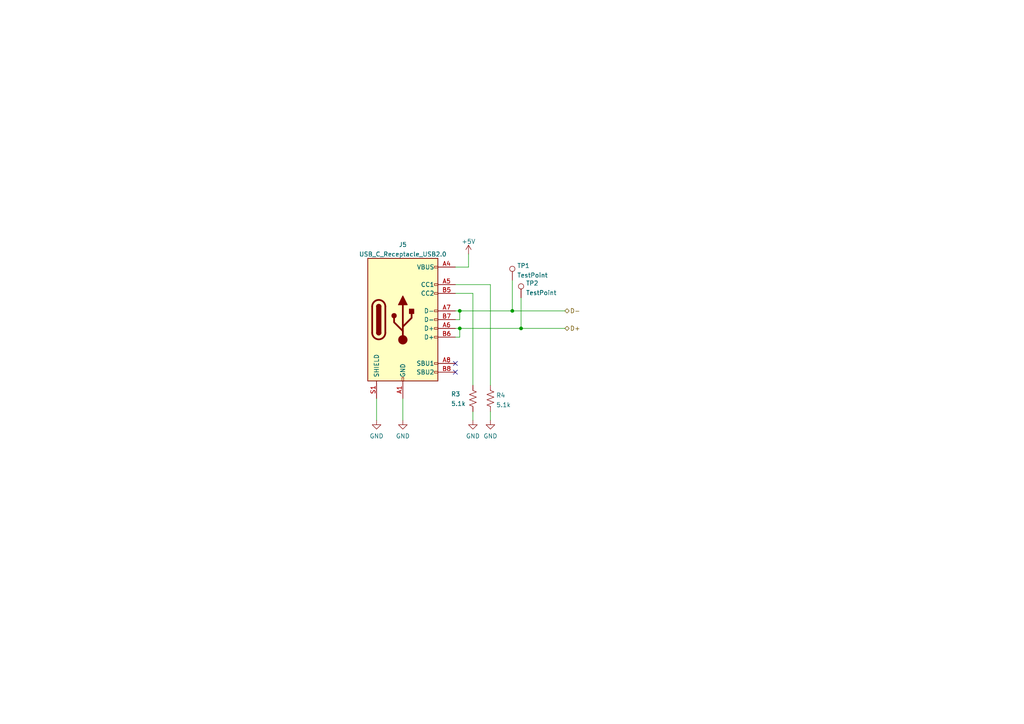
<source format=kicad_sch>
(kicad_sch (version 20211123) (generator eeschema)
  (paper "A4")
  (lib_symbols
    (symbol "Connector:TestPoint" (pin_numbers hide) (pin_names (offset 0.762) hide)
      (property "Reference" "TP" (at 0 6.858 0))
      (property "Value" "TestPoint" (at 0 5.08 0))
      (symbol "TestPoint_0_1"
        (circle (center 0 3.302) (radius 0.762))
      )
      (symbol "TestPoint_1_1"
        (pin passive line (at 0 0 90) (length 2.54) (name "1") (number "1"))
      )
    )
    (symbol "Connector:USB_C_Receptacle_USB2.0" (pin_names (offset 1.016))
      (property "Reference" "J" (at -10.16 19.05 0))
      (property "Value" "USB_C_Receptacle_USB2.0" (at 19.05 19.05 0))
      (symbol "USB_C_Receptacle_USB2.0_0_0"
        (rectangle (start -0.254 -17.78) (end 0.254 -16.764))
        (rectangle (start 10.16 -14.986) (end 9.144 -15.494))
        (rectangle (start 10.16 -12.446) (end 9.144 -12.954))
        (rectangle (start 10.16 -4.826) (end 9.144 -5.334))
        (rectangle (start 10.16 -2.286) (end 9.144 -2.794))
        (rectangle (start 10.16 0.254) (end 9.144 -0.254))
        (rectangle (start 10.16 2.794) (end 9.144 2.286))
        (rectangle (start 10.16 7.874) (end 9.144 7.366))
        (rectangle (start 10.16 10.414) (end 9.144 9.906))
        (rectangle (start 10.16 15.494) (end 9.144 14.986))
      )
      (symbol "USB_C_Receptacle_USB2.0_0_1"
        (rectangle (start -10.16 17.78) (end 10.16 -17.78) (stroke (width 0.254)) (fill (type background)))
        (arc (start -8.89 -3.81) (mid -6.985 -5.715) (end -5.08 -3.81) (stroke (width 0.508)))
        (arc (start -7.62 -3.81) (mid -6.985 -4.445) (end -6.35 -3.81) (stroke (width 0.254)))
        (arc (start -7.62 -3.81) (mid -6.985 -4.445) (end -6.35 -3.81) (stroke (width 0.254)) (fill (type outline)))
        (rectangle (start -7.62 -3.81) (end -6.35 3.81) (stroke (width 0.254)) (fill (type outline)))
        (arc (start -6.35 3.81) (mid -6.985 4.445) (end -7.62 3.81) (stroke (width 0.254)))
        (arc (start -6.35 3.81) (mid -6.985 4.445) (end -7.62 3.81) (stroke (width 0.254)) (fill (type outline)))
        (arc (start -5.08 3.81) (mid -6.985 5.715) (end -8.89 3.81) (stroke (width 0.508)))
        (circle (center -2.54 1.143) (radius 0.635) (stroke (width 0.254)) (fill (type outline)))
        (circle (center 0 -5.842) (radius 1.27) (fill (type outline)))
        (polyline (pts (xy -8.89 -3.81) (xy -8.89 3.81)) (stroke (width 0.508)))
        (polyline (pts (xy -5.08 3.81) (xy -5.08 -3.81)) (stroke (width 0.508)))
        (polyline (pts (xy 0 -5.842) (xy 0 4.318)) (stroke (width 0.508)))
        (polyline (pts (xy 0 -3.302) (xy -2.54 -0.762) (xy -2.54 0.508)) (stroke (width 0.508)))
        (polyline (pts (xy 0 -2.032) (xy 2.54 0.508) (xy 2.54 1.778)) (stroke (width 0.508)))
        (polyline (pts (xy -1.27 4.318) (xy 0 6.858) (xy 1.27 4.318) (xy -1.27 4.318)) (stroke (width 0.254)) (fill (type outline)))
        (rectangle (start 1.905 1.778) (end 3.175 3.048) (stroke (width 0.254)) (fill (type outline)))
      )
      (symbol "USB_C_Receptacle_USB2.0_1_1"
        (pin passive line (at 0 -22.86 90) (length 5.08) (name "GND") (number "A1"))
        (pin passive line (at 0 -22.86 90) (length 5.08) hide (name "GND") (number "A12"))
        (pin passive line (at 15.24 15.24 180) (length 5.08) (name "VBUS") (number "A4"))
        (pin bidirectional line (at 15.24 10.16 180) (length 5.08) (name "CC1") (number "A5"))
        (pin bidirectional line (at 15.24 -2.54 180) (length 5.08) (name "D+") (number "A6"))
        (pin bidirectional line (at 15.24 2.54 180) (length 5.08) (name "D-") (number "A7"))
        (pin bidirectional line (at 15.24 -12.7 180) (length 5.08) (name "SBU1") (number "A8"))
        (pin passive line (at 15.24 15.24 180) (length 5.08) hide (name "VBUS") (number "A9"))
        (pin passive line (at 0 -22.86 90) (length 5.08) hide (name "GND") (number "B1"))
        (pin passive line (at 0 -22.86 90) (length 5.08) hide (name "GND") (number "B12"))
        (pin passive line (at 15.24 15.24 180) (length 5.08) hide (name "VBUS") (number "B4"))
        (pin bidirectional line (at 15.24 7.62 180) (length 5.08) (name "CC2") (number "B5"))
        (pin bidirectional line (at 15.24 -5.08 180) (length 5.08) (name "D+") (number "B6"))
        (pin bidirectional line (at 15.24 0 180) (length 5.08) (name "D-") (number "B7"))
        (pin bidirectional line (at 15.24 -15.24 180) (length 5.08) (name "SBU2") (number "B8"))
        (pin passive line (at 15.24 15.24 180) (length 5.08) hide (name "VBUS") (number "B9"))
        (pin passive line (at -7.62 -22.86 90) (length 5.08) (name "SHIELD") (number "S1"))
      )
    )
    (symbol "Device:R_US" (pin_numbers hide) (pin_names (offset 0))
      (property "Reference" "R" (at 2.54 0 90))
      (property "Value" "R_US" (at -2.54 0 90))
      (symbol "R_US_0_1"
        (polyline (pts (xy 0 -2.286) (xy 0 -2.54)))
        (polyline (pts (xy 0 2.286) (xy 0 2.54)))
        (polyline (pts (xy 0 -0.762) (xy 1.016 -1.143) (xy 0 -1.524) (xy -1.016 -1.905) (xy 0 -2.286)))
        (polyline (pts (xy 0 0.762) (xy 1.016 0.381) (xy 0 0) (xy -1.016 -0.381) (xy 0 -0.762)))
        (polyline (pts (xy 0 2.286) (xy 1.016 1.905) (xy 0 1.524) (xy -1.016 1.143) (xy 0 0.762)))
      )
      (symbol "R_US_1_1"
        (pin passive line (at 0 3.81 270) (length 1.27) (name "~") (number "1"))
        (pin passive line (at 0 -3.81 90) (length 1.27) (name "~") (number "2"))
      )
    )
    (symbol "power:+5V" (power) (pin_names (offset 0))
      (property "Value" "+5V" (at 0 3.556 0))
      (symbol "+5V_0_1"
        (polyline (pts (xy -0.762 1.27) (xy 0 2.54)))
        (polyline (pts (xy 0 0) (xy 0 2.54)))
        (polyline (pts (xy 0 2.54) (xy 0.762 1.27)))
      )
      (symbol "+5V_1_1"
        (pin power_in line (at 0 0 90) (length 0) hide (name "+5V") (number "1"))
      )
    )
    (symbol "power:GND" (power) (pin_names (offset 0))
      (property "Value" "GND" (at 0 -3.81 0))
      (symbol "GND_0_1"
        (polyline (pts (xy 0 0) (xy 0 -1.27) (xy 1.27 -1.27) (xy 0 -2.54) (xy -1.27 -1.27) (xy 0 -1.27)))
      )
      (symbol "GND_1_1"
        (pin power_in line (at 0 0 270) (length 0) hide (name "GND") (number "1"))
      )
    )
  )
  (junction (at 133.35 95.25))
  (junction (at 133.35 90.17))
  (junction (at 151.13 95.25))
  (junction (at 148.59 90.17))
  (no_connect (at 132.08 105.41))
  (no_connect (at 132.08 107.95))
  (wire (pts (xy 109.22 115.57) (xy 109.22 121.92)))
  (wire (pts (xy 133.35 95.25) (xy 151.13 95.25)))
  (wire (pts (xy 133.35 90.17) (xy 148.59 90.17)))
  (wire (pts (xy 133.35 97.79) (xy 133.35 95.25)))
  (wire (pts (xy 132.08 90.17) (xy 133.35 90.17)))
  (wire (pts (xy 148.59 81.28) (xy 148.59 90.17)))
  (wire (pts (xy 133.35 92.71) (xy 133.35 90.17)))
  (wire (pts (xy 137.16 111.76) (xy 137.16 85.09)))
  (wire (pts (xy 137.16 119.38) (xy 137.16 121.92)))
  (wire (pts (xy 132.08 97.79) (xy 133.35 97.79)))
  (wire (pts (xy 137.16 85.09) (xy 132.08 85.09)))
  (wire (pts (xy 132.08 95.25) (xy 133.35 95.25)))
  (wire (pts (xy 142.24 119.38) (xy 142.24 121.92)))
  (wire (pts (xy 151.13 86.36) (xy 151.13 95.25)))
  (wire (pts (xy 116.84 115.57) (xy 116.84 121.92)))
  (wire (pts (xy 132.08 82.55) (xy 142.24 82.55)))
  (wire (pts (xy 142.24 82.55) (xy 142.24 111.76)))
  (wire (pts (xy 135.89 77.47) (xy 132.08 77.47)))
  (wire (pts (xy 148.59 90.17) (xy 163.83 90.17)))
  (wire (pts (xy 135.89 73.66) (xy 135.89 77.47)))
  (wire (pts (xy 132.08 92.71) (xy 133.35 92.71)))
  (wire (pts (xy 151.13 95.25) (xy 163.83 95.25)))
  (hierarchical_label "D+" (shape bidirectional) (at 163.83 95.25 0))
  (hierarchical_label "D-" (shape bidirectional) (at 163.83 90.17 0))
  (symbol (lib_id "Connector:USB_C_Receptacle_USB2.0") (at 116.84 92.71 0) (unit 1)
    (property "Reference" "J5" (at 116.84 70.9635 0))
    (property "Value" "USB_C_Receptacle_USB2.0" (at 116.84 73.7386 0))
    (property "Footprint" "Connector_USB:USB_C_Receptacle_JAE_DX07S016JA1R1500" (effects hide))
    (property "Datasheet" "https://www.usb.org/sites/default/files/documents/usb_type-c.zip" (effects hide))
    (property "Digikey Part Number" "670-DX07S016JA1R1500CT-ND" (effects hide))
  )
  (symbol (lib_id "power:GND") (at 109.22 121.92 0) (unit 1)
    (property "Reference" "#PWR0121" (effects hide))
    (property "Value" "GND" (at 109.22 126.4825 0))
  )
  (symbol (lib_id "Device:R_US") (at 137.16 115.57 0) (unit 1)
    (property "Reference" "R3" (at 130.81 114.3 0) (effects (justify left)))
    (property "Value" "5.1k" (at 130.81 117.0751 0) (effects (justify left)))
    (property "Footprint" "Resistor_SMD:R_0603_1608Metric_Pad0.98x0.95mm_HandSolder" (effects hide))
    (property "Digikey Part Number" "RMCF0603JT5K10CT-ND" (effects hide))
  )
  (symbol (lib_id "power:+5V") (at 135.89 73.66 0) (unit 1)
    (property "Reference" "#PWR0125" (effects hide))
    (property "Value" "+5V" (at 135.89 70.0555 0))
  )
  (symbol (lib_id "power:GND") (at 142.24 121.92 0) (unit 1)
    (property "Reference" "#PWR0119" (effects hide))
    (property "Value" "GND" (at 142.24 126.4825 0))
  )
  (symbol (lib_id "power:GND") (at 116.84 121.92 0) (unit 1)
    (property "Reference" "#PWR0122" (effects hide))
    (property "Value" "GND" (at 116.84 126.4825 0))
  )
  (symbol (lib_id "Connector:TestPoint") (at 151.13 86.36 0) (unit 1)
    (property "Reference" "TP2" (at 152.527 82.1495 0) (effects (justify left)))
    (property "Value" "TestPoint" (at 152.527 84.9246 0) (effects (justify left)))
    (property "Footprint" "TestPoint:TestPoint_Pad_D1.0mm" (effects hide))
  )
  (symbol (lib_id "Connector:TestPoint") (at 148.59 81.28 0) (unit 1)
    (property "Reference" "TP1" (at 149.987 77.0695 0) (effects (justify left)))
    (property "Value" "TestPoint" (at 149.987 79.8446 0) (effects (justify left)))
    (property "Footprint" "TestPoint:TestPoint_Pad_D1.0mm" (effects hide))
  )
  (symbol (lib_id "power:GND") (at 137.16 121.92 0) (unit 1)
    (property "Reference" "#PWR0120" (effects hide))
    (property "Value" "GND" (at 137.16 126.4825 0))
  )
  (symbol (lib_id "Device:R_US") (at 142.24 115.57 0) (unit 1)
    (property "Reference" "R4" (at 143.891 114.6615 0) (effects (justify left)))
    (property "Value" "5.1k" (at 143.891 117.4366 0) (effects (justify left)))
    (property "Footprint" "Resistor_SMD:R_0603_1608Metric_Pad0.98x0.95mm_HandSolder" (effects hide))
    (property "Digikey Part Number" "RMCF0603JT5K10CT-ND" (effects hide))
  )
)
</source>
